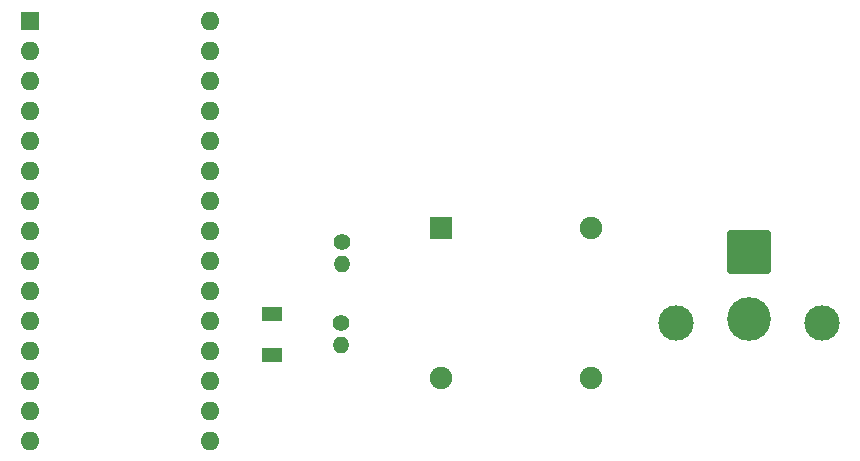
<source format=gbr>
%TF.GenerationSoftware,KiCad,Pcbnew,(6.0.0)*%
%TF.CreationDate,2022-07-31T16:11:20-05:00*%
%TF.ProjectId,FrequencySensor,46726571-7565-46e6-9379-53656e736f72,rev?*%
%TF.SameCoordinates,Original*%
%TF.FileFunction,Soldermask,Top*%
%TF.FilePolarity,Negative*%
%FSLAX46Y46*%
G04 Gerber Fmt 4.6, Leading zero omitted, Abs format (unit mm)*
G04 Created by KiCad (PCBNEW (6.0.0)) date 2022-07-31 16:11:20*
%MOMM*%
%LPD*%
G01*
G04 APERTURE LIST*
G04 Aperture macros list*
%AMRoundRect*
0 Rectangle with rounded corners*
0 $1 Rounding radius*
0 $2 $3 $4 $5 $6 $7 $8 $9 X,Y pos of 4 corners*
0 Add a 4 corners polygon primitive as box body*
4,1,4,$2,$3,$4,$5,$6,$7,$8,$9,$2,$3,0*
0 Add four circle primitives for the rounded corners*
1,1,$1+$1,$2,$3*
1,1,$1+$1,$4,$5*
1,1,$1+$1,$6,$7*
1,1,$1+$1,$8,$9*
0 Add four rect primitives between the rounded corners*
20,1,$1+$1,$2,$3,$4,$5,0*
20,1,$1+$1,$4,$5,$6,$7,0*
20,1,$1+$1,$6,$7,$8,$9,0*
20,1,$1+$1,$8,$9,$2,$3,0*%
G04 Aperture macros list end*
%ADD10C,3.000000*%
%ADD11RoundRect,0.250002X-1.599998X-1.599998X1.599998X-1.599998X1.599998X1.599998X-1.599998X1.599998X0*%
%ADD12C,3.700000*%
%ADD13R,1.700000X1.300000*%
%ADD14R,1.900000X1.900000*%
%ADD15C,1.900000*%
%ADD16C,1.400000*%
%ADD17O,1.400000X1.400000*%
%ADD18R,1.600000X1.600000*%
%ADD19O,1.600000X1.600000*%
G04 APERTURE END LIST*
D10*
%TO.C,J1*%
X180850000Y-93480000D03*
X193190000Y-93480000D03*
D11*
X187020000Y-87455000D03*
D12*
X187020000Y-93155000D03*
%TD*%
D13*
%TO.C,D1*%
X146670000Y-92680000D03*
X146670000Y-96180000D03*
%TD*%
D14*
%TO.C,BR1*%
X160950000Y-85400000D03*
D15*
X160950000Y-98100000D03*
X173650000Y-98100000D03*
X173650000Y-85400000D03*
%TD*%
D16*
%TO.C,1k1*%
X152490000Y-93455000D03*
D17*
X152490000Y-95355000D03*
%TD*%
D16*
%TO.C,39k1*%
X152540000Y-86605000D03*
D17*
X152540000Y-88505000D03*
%TD*%
D18*
%TO.C,A1*%
X126140000Y-67870000D03*
D19*
X126140000Y-70410000D03*
X126140000Y-72950000D03*
X126140000Y-75490000D03*
X126140000Y-78030000D03*
X126140000Y-80570000D03*
X126140000Y-83110000D03*
X126140000Y-85650000D03*
X126140000Y-88190000D03*
X126140000Y-90730000D03*
X126140000Y-93270000D03*
X126140000Y-95810000D03*
X126140000Y-98350000D03*
X126140000Y-100890000D03*
X126140000Y-103430000D03*
X141380000Y-103430000D03*
X141380000Y-100890000D03*
X141380000Y-98350000D03*
X141380000Y-95810000D03*
X141380000Y-93270000D03*
X141380000Y-90730000D03*
X141380000Y-88190000D03*
X141380000Y-85650000D03*
X141380000Y-83110000D03*
X141380000Y-80570000D03*
X141380000Y-78030000D03*
X141380000Y-75490000D03*
X141380000Y-72950000D03*
X141380000Y-70410000D03*
X141380000Y-67870000D03*
%TD*%
M02*

</source>
